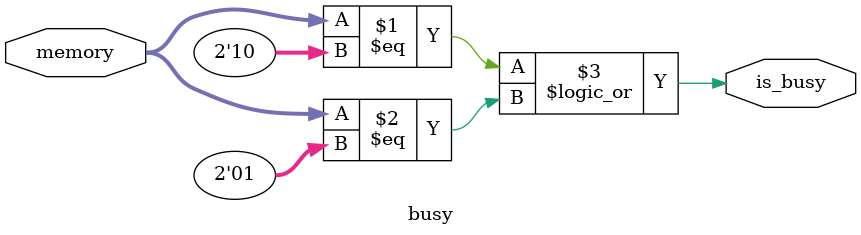
<source format=sv>
module busy(input [1:0] memory,
			output logic is_busy);
			   
	assign is_busy = (memory == 2'b10  || memory == 2'b01);

	
endmodule

</source>
